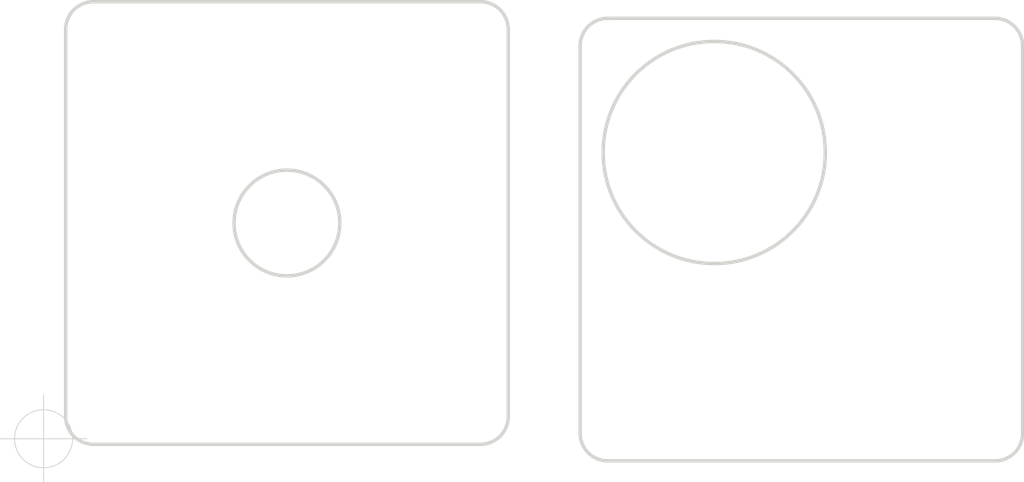
<source format=kicad_pcb>
(kicad_pcb (version 20171130) (host pcbnew "(5.1.2)-1")

  (general
    (thickness 1.6)
    (drawings 19)
    (tracks 0)
    (zones 0)
    (modules 0)
    (nets 1)
  )

  (page A4)
  (layers
    (0 F.Cu signal)
    (31 B.Cu signal)
    (32 B.Adhes user)
    (33 F.Adhes user)
    (34 B.Paste user)
    (35 F.Paste user)
    (36 B.SilkS user)
    (37 F.SilkS user)
    (38 B.Mask user)
    (39 F.Mask user)
    (40 Dwgs.User user)
    (41 Cmts.User user)
    (42 Eco1.User user)
    (43 Eco2.User user)
    (44 Edge.Cuts user)
    (45 Margin user)
    (46 B.CrtYd user)
    (47 F.CrtYd user)
    (48 B.Fab user)
    (49 F.Fab user)
  )

  (setup
    (last_trace_width 0.25)
    (trace_clearance 0.2)
    (zone_clearance 0.508)
    (zone_45_only no)
    (trace_min 0.2)
    (via_size 0.8)
    (via_drill 0.4)
    (via_min_size 0.4)
    (via_min_drill 0.3)
    (uvia_size 0.3)
    (uvia_drill 0.1)
    (uvias_allowed no)
    (uvia_min_size 0.2)
    (uvia_min_drill 0.1)
    (edge_width 0.05)
    (segment_width 0.2)
    (pcb_text_width 0.3)
    (pcb_text_size 1.5 1.5)
    (mod_edge_width 0.12)
    (mod_text_size 1 1)
    (mod_text_width 0.15)
    (pad_size 1.524 1.524)
    (pad_drill 0.762)
    (pad_to_mask_clearance 0.051)
    (solder_mask_min_width 0.25)
    (aux_axis_origin 0 0)
    (visible_elements FFFFFF7F)
    (pcbplotparams
      (layerselection 0x01000_7ffffffe)
      (usegerberextensions false)
      (usegerberattributes false)
      (usegerberadvancedattributes false)
      (creategerberjobfile false)
      (excludeedgelayer true)
      (linewidth 0.100000)
      (plotframeref false)
      (viasonmask false)
      (mode 1)
      (useauxorigin false)
      (hpglpennumber 1)
      (hpglpenspeed 20)
      (hpglpendiameter 15.000000)
      (psnegative false)
      (psa4output false)
      (plotreference true)
      (plotvalue true)
      (plotinvisibletext false)
      (padsonsilk false)
      (subtractmaskfromsilk false)
      (outputformat 1)
      (mirror false)
      (drillshape 0)
      (scaleselection 1)
      (outputdirectory ""))
  )

  (net 0 "")

  (net_class Default "This is the default net class."
    (clearance 0.2)
    (trace_width 0.25)
    (via_dia 0.8)
    (via_drill 0.4)
    (uvia_dia 0.3)
    (uvia_drill 0.1)
  )

  (gr_arc (start 47.625001 170.4975) (end 47.625001 168.91) (angle -90) (layer Edge.Cuts) (width 0.2))
  (gr_arc (start 69.85 170.4975) (end 71.4375 170.4975) (angle -90) (layer Edge.Cuts) (width 0.2))
  (gr_circle (center 53.737501 176.61) (end 60.112501 176.61) (layer Edge.Cuts) (width 0.2))
  (gr_arc (start 47.625001 192.722499) (end 46.037501 192.722499) (angle -90) (layer Edge.Cuts) (width 0.2))
  (gr_line (start 46.037501 170.4975) (end 46.037501 192.722499) (layer Edge.Cuts) (width 0.2))
  (gr_arc (start 69.85 192.722499) (end 69.85 194.309999) (angle -90) (layer Edge.Cuts) (width 0.2))
  (gr_line (start 69.85 194.309999) (end 47.625001 194.309999) (layer Edge.Cuts) (width 0.2))
  (gr_line (start 71.4375 170.4975) (end 71.4375 192.722499) (layer Edge.Cuts) (width 0.2))
  (gr_line (start 69.85 168.91) (end 47.625001 168.91) (layer Edge.Cuts) (width 0.2))
  (target plus (at 15.24 193.04) (size 5) (width 0.05) (layer Edge.Cuts))
  (gr_line (start 16.510001 191.77) (end 16.510001 169.545) (layer Edge.Cuts) (width 0.2))
  (gr_arc (start 18.097501 169.545) (end 18.097501 167.9575) (angle -90) (layer Edge.Cuts) (width 0.2))
  (gr_line (start 18.097501 167.9575) (end 40.3225 167.9575) (layer Edge.Cuts) (width 0.2))
  (gr_arc (start 40.3225 169.545) (end 41.91 169.545) (angle -90) (layer Edge.Cuts) (width 0.2))
  (gr_circle (center 29.21 180.6575) (end 32.245 180.6575) (layer Edge.Cuts) (width 0.2))
  (gr_arc (start 40.3225 191.77) (end 40.3225 193.3575) (angle -90) (layer Edge.Cuts) (width 0.2))
  (gr_arc (start 18.097501 191.77) (end 16.510001 191.77) (angle -90) (layer Edge.Cuts) (width 0.2))
  (gr_line (start 18.097501 193.3575) (end 40.3225 193.3575) (layer Edge.Cuts) (width 0.2))
  (gr_line (start 41.91 191.77) (end 41.91 169.545) (layer Edge.Cuts) (width 0.2))

)

</source>
